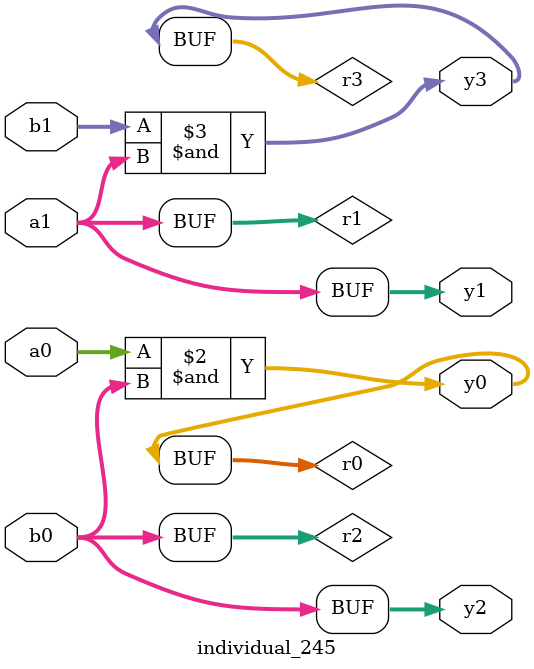
<source format=sv>
module individual_245(input logic [15:0] a1, input logic [15:0] a0, input logic [15:0] b1, input logic [15:0] b0, output logic [15:0] y3, output logic [15:0] y2, output logic [15:0] y1, output logic [15:0] y0);
logic [15:0] r0, r1, r2, r3; 
 always@(*) begin 
	 r0 = a0; r1 = a1; r2 = b0; r3 = b1; 
 	 r0  &=  b0 ;
 	 r3  &=  a1 ;
 	 y3 = r3; y2 = r2; y1 = r1; y0 = r0; 
end
endmodule
</source>
